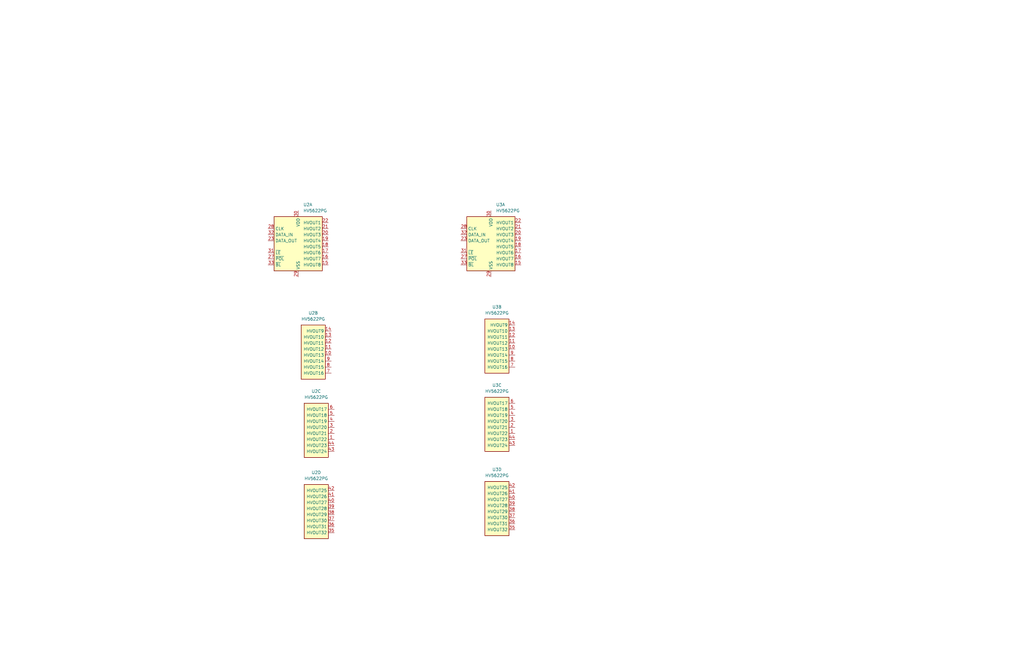
<source format=kicad_sch>
(kicad_sch (version 20250114) (generator "eeschema") (generator_version "9.0")
  (paper "B")
  (lib_symbols
    (symbol "Driver_Display:HV5622PG"
      (property "Reference" "U" (at 1.524 14.732 0))
      (property "Value" "HV5622PG" (at 1.524 12.446 0))
      (symbol "HV5622PG_1_1"
        (rectangle (start -10.16 10.16) (end 10.16 -12.7) (stroke (width 0.254)) (fill (type background)))
        (pin input line (at -12.7 5.08 0) (length 2.54) (name "CLK") (number "28"))
        (pin input line (at -12.7 2.54 0) (length 2.54) (name "DATA_IN") (number "32"))
        (pin output line (at -12.7 0 0) (length 2.54) (name "DATA_OUT") (number "23"))
        (pin input line (at -12.7 -5.08 0) (length 2.54) (name "~{LE}") (number "31"))
        (pin input line (at -12.7 -7.62 0) (length 2.54) (name "~{POL}") (number "27"))
        (pin input line (at -12.7 -10.16 0) (length 2.54) (name "~{BL}") (number "33"))
        (pin no_connect line (at -10.16 7.62 0) (length 2.54) (hide yes) (name "NC") (number "34"))
        (pin no_connect line (at -10.16 -2.54 0) (length 2.54) (hide yes) (name "NC") (number "26"))
        (pin no_connect line (at -5.08 -12.7 90) (length 2.54) (hide yes) (name "NC") (number "25"))
        (pin no_connect line (at -2.54 -12.7 90) (length 2.54) (hide yes) (name "NC") (number "24"))
        (pin power_in line (at 0 12.7 270) (length 2.54) (name "VDD") (number "30"))
        (pin power_in line (at 0 -15.24 90) (length 2.54) (name "VSS") (number "29"))
        (pin open_collector line (at 12.7 7.62 180) (length 2.54) (name "HVOUT1") (number "22"))
        (pin open_collector line (at 12.7 5.08 180) (length 2.54) (name "HVOUT2") (number "21"))
        (pin open_collector line (at 12.7 2.54 180) (length 2.54) (name "HVOUT3") (number "20"))
        (pin open_collector line (at 12.7 0 180) (length 2.54) (name "HVOUT4") (number "19"))
        (pin open_collector line (at 12.7 -2.54 180) (length 2.54) (name "HVOUT5") (number "18"))
        (pin open_collector line (at 12.7 -5.08 180) (length 2.54) (name "HVOUT6") (number "17"))
        (pin open_collector line (at 12.7 -7.62 180) (length 2.54) (name "HVOUT7") (number "16"))
        (pin open_collector line (at 12.7 -10.16 180) (length 2.54) (name "HVOUT8") (number "15"))
      )
      (symbol "HV5622PG_2_1"
        (rectangle (start -5.08 10.16) (end 5.08 -12.7) (stroke (width 0.254)) (fill (type background)))
        (pin open_collector line (at 7.62 7.62 180) (length 2.54) (name "HVOUT9") (number "14"))
        (pin open_collector line (at 7.62 5.08 180) (length 2.54) (name "HVOUT10") (number "13"))
        (pin open_collector line (at 7.62 2.54 180) (length 2.54) (name "HVOUT11") (number "12"))
        (pin open_collector line (at 7.62 0 180) (length 2.54) (name "HVOUT12") (number "11"))
        (pin open_collector line (at 7.62 -2.54 180) (length 2.54) (name "HVOUT13") (number "10"))
        (pin open_collector line (at 7.62 -5.08 180) (length 2.54) (name "HVOUT14") (number "9"))
        (pin open_collector line (at 7.62 -7.62 180) (length 2.54) (name "HVOUT15") (number "8"))
        (pin open_collector line (at 7.62 -10.16 180) (length 2.54) (name "HVOUT16") (number "7"))
      )
      (symbol "HV5622PG_3_1"
        (rectangle (start -5.08 10.16) (end 5.08 -12.7) (stroke (width 0.254)) (fill (type background)))
        (pin open_collector line (at 7.62 7.62 180) (length 2.54) (name "HVOUT17") (number "6"))
        (pin open_collector line (at 7.62 5.08 180) (length 2.54) (name "HVOUT18") (number "5"))
        (pin open_collector line (at 7.62 2.54 180) (length 2.54) (name "HVOUT19") (number "4"))
        (pin open_collector line (at 7.62 0 180) (length 2.54) (name "HVOUT20") (number "3"))
        (pin open_collector line (at 7.62 -2.54 180) (length 2.54) (name "HVOUT21") (number "2"))
        (pin open_collector line (at 7.62 -5.08 180) (length 2.54) (name "HVOUT22") (number "1"))
        (pin open_collector line (at 7.62 -7.62 180) (length 2.54) (name "HVOUT23") (number "44"))
        (pin open_collector line (at 7.62 -10.16 180) (length 2.54) (name "HVOUT24") (number "43"))
      )
      (symbol "HV5622PG_4_1"
        (rectangle (start -5.08 10.16) (end 5.08 -12.7) (stroke (width 0.254)) (fill (type background)))
        (pin open_collector line (at 7.62 7.62 180) (length 2.54) (name "HVOUT25") (number "42"))
        (pin open_collector line (at 7.62 5.08 180) (length 2.54) (name "HVOUT26") (number "41"))
        (pin open_collector line (at 7.62 2.54 180) (length 2.54) (name "HVOUT27") (number "40"))
        (pin open_collector line (at 7.62 0 180) (length 2.54) (name "HVOUT28") (number "39"))
        (pin open_collector line (at 7.62 -2.54 180) (length 2.54) (name "HVOUT29") (number "38"))
        (pin open_collector line (at 7.62 -5.08 180) (length 2.54) (name "HVOUT30") (number "37"))
        (pin open_collector line (at 7.62 -7.62 180) (length 2.54) (name "HVOUT31") (number "36"))
        (pin open_collector line (at 7.62 -10.16 180) (length 2.54) (name "HVOUT32") (number "35"))
      )
    )
  )
  (symbol (lib_id "Driver_Display:HV5622PG") (at 132.08 147.32 0) (unit 2)
    (property "Reference" "U2" (at 132.08 132.08 0))
    (property "Value" "HV5622PG" (at 132.08 134.62 0))
    (property "Footprint" "Package_QFP:PQFP-44_10x10mm_P0.8mm" (effects (hide yes)))
    (property "Datasheet" "https://ww1.microchip.com/downloads/aemDocuments/documents/OTH/ProductDocuments/DataSheets/20005854A.pdf" (effects (hide yes)))
    (property "Description" "32-Channel, Serial to Parallel Converter w/ Open Drain Outputs, PQFP-44" (effects (hide yes)))
  )
  (symbol (lib_id "Driver_Display:HV5622PG") (at 133.35 180.34 0) (unit 3)
    (property "Reference" "U2" (at 133.35 165.1 0))
    (property "Value" "HV5622PG" (at 133.35 167.64 0))
    (property "Footprint" "Package_QFP:PQFP-44_10x10mm_P0.8mm" (effects (hide yes)))
    (property "Datasheet" "https://ww1.microchip.com/downloads/aemDocuments/documents/OTH/ProductDocuments/DataSheets/20005854A.pdf" (effects (hide yes)))
    (property "Description" "32-Channel, Serial to Parallel Converter w/ Open Drain Outputs, PQFP-44" (effects (hide yes)))
  )
  (symbol (lib_id "Driver_Display:HV5622PG") (at 209.55 177.8 0) (unit 3)
    (property "Reference" "U3" (at 209.55 162.56 0))
    (property "Value" "HV5622PG" (at 209.55 165.1 0))
    (property "Footprint" "Package_QFP:PQFP-44_10x10mm_P0.8mm" (effects (hide yes)))
    (property "Datasheet" "https://ww1.microchip.com/downloads/aemDocuments/documents/OTH/ProductDocuments/DataSheets/20005854A.pdf" (effects (hide yes)))
    (property "Description" "32-Channel, Serial to Parallel Converter w/ Open Drain Outputs, PQFP-44" (effects (hide yes)))
  )
  (symbol (lib_id "Driver_Display:HV5622PG") (at 133.35 214.63 0) (unit 4)
    (property "Reference" "U2" (at 133.35 199.39 0))
    (property "Value" "HV5622PG" (at 133.35 201.93 0))
    (property "Footprint" "Package_QFP:PQFP-44_10x10mm_P0.8mm" (effects (hide yes)))
    (property "Datasheet" "https://ww1.microchip.com/downloads/aemDocuments/documents/OTH/ProductDocuments/DataSheets/20005854A.pdf" (effects (hide yes)))
    (property "Description" "32-Channel, Serial to Parallel Converter w/ Open Drain Outputs, PQFP-44" (effects (hide yes)))
  )
  (symbol (lib_id "Driver_Display:HV5622PG") (at 125.73 101.6 0) (unit 1)
    (property "Reference" "U2" (at 127.8733 86.36 0) (effects (justify left)))
    (property "Value" "HV5622PG" (at 127.8733 88.9 0) (effects (justify left)))
    (property "Footprint" "Package_QFP:PQFP-44_10x10mm_P0.8mm" (effects (hide yes)))
    (property "Datasheet" "https://ww1.microchip.com/downloads/aemDocuments/documents/OTH/ProductDocuments/DataSheets/20005854A.pdf" (effects (hide yes)))
    (property "Description" "32-Channel, Serial to Parallel Converter w/ Open Drain Outputs, PQFP-44" (effects (hide yes)))
  )
  (symbol (lib_id "Driver_Display:HV5622PG") (at 209.55 144.78 0) (unit 2)
    (property "Reference" "U3" (at 209.55 129.54 0))
    (property "Value" "HV5622PG" (at 209.55 132.08 0))
    (property "Footprint" "Package_QFP:PQFP-44_10x10mm_P0.8mm" (effects (hide yes)))
    (property "Datasheet" "https://ww1.microchip.com/downloads/aemDocuments/documents/OTH/ProductDocuments/DataSheets/20005854A.pdf" (effects (hide yes)))
    (property "Description" "32-Channel, Serial to Parallel Converter w/ Open Drain Outputs, PQFP-44" (effects (hide yes)))
  )
  (symbol (lib_id "Driver_Display:HV5622PG") (at 209.55 213.36 0) (unit 4)
    (property "Reference" "U3" (at 209.55 198.12 0))
    (property "Value" "HV5622PG" (at 209.55 200.66 0))
    (property "Footprint" "Package_QFP:PQFP-44_10x10mm_P0.8mm" (effects (hide yes)))
    (property "Datasheet" "https://ww1.microchip.com/downloads/aemDocuments/documents/OTH/ProductDocuments/DataSheets/20005854A.pdf" (effects (hide yes)))
    (property "Description" "32-Channel, Serial to Parallel Converter w/ Open Drain Outputs, PQFP-44" (effects (hide yes)))
  )
  (symbol (lib_id "Driver_Display:HV5622PG") (at 207.01 101.6 0) (unit 1)
    (property "Reference" "U3" (at 209.1533 86.36 0) (effects (justify left)))
    (property "Value" "HV5622PG" (at 209.1533 88.9 0) (effects (justify left)))
    (property "Footprint" "Package_QFP:PQFP-44_10x10mm_P0.8mm" (effects (hide yes)))
    (property "Datasheet" "https://ww1.microchip.com/downloads/aemDocuments/documents/OTH/ProductDocuments/DataSheets/20005854A.pdf" (effects (hide yes)))
    (property "Description" "32-Channel, Serial to Parallel Converter w/ Open Drain Outputs, PQFP-44" (effects (hide yes)))
  )
)
</source>
